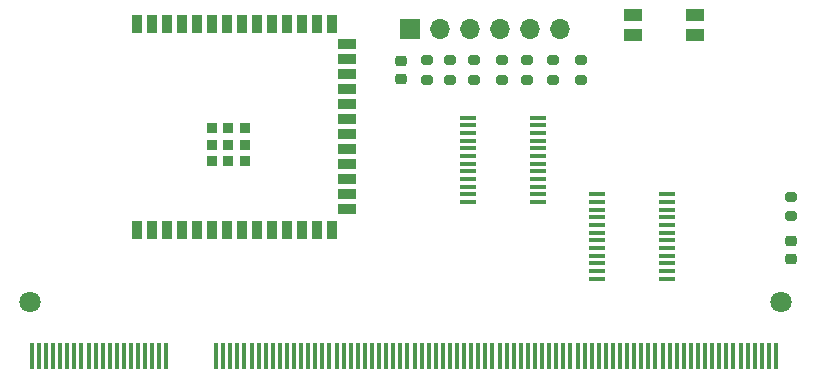
<source format=gbr>
%TF.GenerationSoftware,KiCad,Pcbnew,(6.0.1)*%
%TF.CreationDate,2022-10-22T09:43:17+02:00*%
%TF.ProjectId,so-dimm-esp32-cm,736f2d64-696d-46d2-9d65-737033322d63,rev?*%
%TF.SameCoordinates,Original*%
%TF.FileFunction,Soldermask,Top*%
%TF.FilePolarity,Negative*%
%FSLAX46Y46*%
G04 Gerber Fmt 4.6, Leading zero omitted, Abs format (unit mm)*
G04 Created by KiCad (PCBNEW (6.0.1)) date 2022-10-22 09:43:17*
%MOMM*%
%LPD*%
G01*
G04 APERTURE LIST*
G04 Aperture macros list*
%AMRoundRect*
0 Rectangle with rounded corners*
0 $1 Rounding radius*
0 $2 $3 $4 $5 $6 $7 $8 $9 X,Y pos of 4 corners*
0 Add a 4 corners polygon primitive as box body*
4,1,4,$2,$3,$4,$5,$6,$7,$8,$9,$2,$3,0*
0 Add four circle primitives for the rounded corners*
1,1,$1+$1,$2,$3*
1,1,$1+$1,$4,$5*
1,1,$1+$1,$6,$7*
1,1,$1+$1,$8,$9*
0 Add four rect primitives between the rounded corners*
20,1,$1+$1,$2,$3,$4,$5,0*
20,1,$1+$1,$4,$5,$6,$7,0*
20,1,$1+$1,$6,$7,$8,$9,0*
20,1,$1+$1,$8,$9,$2,$3,0*%
G04 Aperture macros list end*
%ADD10RoundRect,0.200000X0.275000X-0.200000X0.275000X0.200000X-0.275000X0.200000X-0.275000X-0.200000X0*%
%ADD11RoundRect,0.218750X0.256250X-0.218750X0.256250X0.218750X-0.256250X0.218750X-0.256250X-0.218750X0*%
%ADD12R,1.550000X1.000000*%
%ADD13C,1.800000*%
%ADD14R,0.450000X2.300000*%
%ADD15R,1.475000X0.450000*%
%ADD16R,0.900000X1.500000*%
%ADD17R,1.500000X0.900000*%
%ADD18R,0.900000X0.900000*%
%ADD19R,1.700000X1.700000*%
%ADD20O,1.700000X1.700000*%
%ADD21RoundRect,0.225000X0.250000X-0.225000X0.250000X0.225000X-0.250000X0.225000X-0.250000X-0.225000X0*%
G04 APERTURE END LIST*
D10*
%TO.C,R4*%
X157353000Y-83248000D03*
X157353000Y-81598000D03*
%TD*%
D11*
%TO.C,D1*%
X181864000Y-98450500D03*
X181864000Y-96875500D03*
%TD*%
D10*
%TO.C,R8*%
X161671000Y-83248000D03*
X161671000Y-81598000D03*
%TD*%
%TO.C,R6*%
X164084000Y-83248000D03*
X164084000Y-81598000D03*
%TD*%
D12*
%TO.C,S1*%
X168444000Y-79463000D03*
X168444000Y-77763000D03*
X173694000Y-79463000D03*
X173694000Y-77763000D03*
%TD*%
D10*
%TO.C,R7*%
X181864000Y-94805000D03*
X181864000Y-93155000D03*
%TD*%
D13*
%TO.C,J1*%
X117425346Y-102077001D03*
X181025346Y-102077001D03*
D14*
X117575346Y-106677001D03*
X118175346Y-106677001D03*
X118775346Y-106677001D03*
X119375346Y-106677001D03*
X119975346Y-106677001D03*
X120575346Y-106677001D03*
X121175346Y-106677001D03*
X121775346Y-106677001D03*
X122375346Y-106677001D03*
X122975346Y-106677001D03*
X123575346Y-106677001D03*
X124175346Y-106677001D03*
X124775346Y-106677001D03*
X125375346Y-106677001D03*
X125975346Y-106677001D03*
X126575346Y-106677001D03*
X127175346Y-106677001D03*
X127775346Y-106677001D03*
X128375346Y-106677001D03*
X128975346Y-106677001D03*
X133175346Y-106677001D03*
X133775346Y-106677001D03*
X134375346Y-106677001D03*
X134975346Y-106677001D03*
X135575346Y-106677001D03*
X136175346Y-106677001D03*
X136775346Y-106677001D03*
X137375346Y-106677001D03*
X137975346Y-106677001D03*
X138575346Y-106677001D03*
X139175346Y-106677001D03*
X139775346Y-106677001D03*
X140375346Y-106677001D03*
X140975346Y-106677001D03*
X141575346Y-106677001D03*
X142175346Y-106677001D03*
X142775346Y-106677001D03*
X143375346Y-106677001D03*
X143975346Y-106677001D03*
X144575346Y-106677001D03*
X145175346Y-106677001D03*
X145775346Y-106677001D03*
X146375346Y-106677001D03*
X146975346Y-106677001D03*
X147575346Y-106677001D03*
X148175346Y-106677001D03*
X148775346Y-106677001D03*
X149375346Y-106677001D03*
X149975346Y-106677001D03*
X150575346Y-106677001D03*
X151175346Y-106677001D03*
X151775346Y-106677001D03*
X152375346Y-106677001D03*
X152975346Y-106677001D03*
X153575346Y-106677001D03*
X154175346Y-106677001D03*
X154775346Y-106677001D03*
X155375346Y-106677001D03*
X155975346Y-106677001D03*
X156575346Y-106677001D03*
X157175346Y-106677001D03*
X157775346Y-106677001D03*
X158375346Y-106677001D03*
X158975346Y-106677001D03*
X159575346Y-106677001D03*
X160175346Y-106677001D03*
X160775346Y-106677001D03*
X161375346Y-106677001D03*
X161975346Y-106677001D03*
X162575346Y-106677001D03*
X163175346Y-106677001D03*
X163775346Y-106677001D03*
X164375346Y-106677001D03*
X164975346Y-106677001D03*
X165575346Y-106677001D03*
X166175346Y-106677001D03*
X166775346Y-106677001D03*
X167375346Y-106677001D03*
X167975346Y-106677001D03*
X168575346Y-106677001D03*
X169175346Y-106677001D03*
X169775346Y-106677001D03*
X170375346Y-106677001D03*
X170975346Y-106677001D03*
X171575346Y-106677001D03*
X172175346Y-106677001D03*
X172775346Y-106677001D03*
X173375346Y-106677001D03*
X173975346Y-106677001D03*
X174575346Y-106677001D03*
X175175346Y-106677001D03*
X175775346Y-106677001D03*
X176375346Y-106677001D03*
X176975346Y-106677001D03*
X177575346Y-106677001D03*
X178175346Y-106677001D03*
X178775346Y-106677001D03*
X179375346Y-106677001D03*
X179975346Y-106677001D03*
X180575346Y-106677001D03*
%TD*%
D15*
%TO.C,IC1*%
X154542000Y-86468000D03*
X154542000Y-87118000D03*
X154542000Y-87768000D03*
X154542000Y-88418000D03*
X154542000Y-89068000D03*
X154542000Y-89718000D03*
X154542000Y-90368000D03*
X154542000Y-91018000D03*
X154542000Y-91668000D03*
X154542000Y-92318000D03*
X154542000Y-92968000D03*
X154542000Y-93618000D03*
X160418000Y-93618000D03*
X160418000Y-92968000D03*
X160418000Y-92318000D03*
X160418000Y-91668000D03*
X160418000Y-91018000D03*
X160418000Y-90368000D03*
X160418000Y-89718000D03*
X160418000Y-89068000D03*
X160418000Y-88418000D03*
X160418000Y-87768000D03*
X160418000Y-87118000D03*
X160418000Y-86468000D03*
%TD*%
D10*
%TO.C,R1*%
X151003000Y-83248000D03*
X151003000Y-81598000D03*
%TD*%
%TO.C,R2*%
X155034000Y-83248000D03*
X155034000Y-81598000D03*
%TD*%
D15*
%TO.C,IC2*%
X165464000Y-92945000D03*
X165464000Y-93595000D03*
X165464000Y-94245000D03*
X165464000Y-94895000D03*
X165464000Y-95545000D03*
X165464000Y-96195000D03*
X165464000Y-96845000D03*
X165464000Y-97495000D03*
X165464000Y-98145000D03*
X165464000Y-98795000D03*
X165464000Y-99445000D03*
X165464000Y-100095000D03*
X171340000Y-100095000D03*
X171340000Y-99445000D03*
X171340000Y-98795000D03*
X171340000Y-98145000D03*
X171340000Y-97495000D03*
X171340000Y-96845000D03*
X171340000Y-96195000D03*
X171340000Y-95545000D03*
X171340000Y-94895000D03*
X171340000Y-94245000D03*
X171340000Y-93595000D03*
X171340000Y-92945000D03*
%TD*%
D10*
%TO.C,R5*%
X159512000Y-83248000D03*
X159512000Y-81598000D03*
%TD*%
D16*
%TO.C,U1*%
X126487000Y-95999000D03*
X127757000Y-95999000D03*
X129027000Y-95999000D03*
X130297000Y-95999000D03*
X131567000Y-95999000D03*
X132837000Y-95999000D03*
X134107000Y-95999000D03*
X135377000Y-95999000D03*
X136647000Y-95999000D03*
X137917000Y-95999000D03*
X139187000Y-95999000D03*
X140457000Y-95999000D03*
X141727000Y-95999000D03*
X142997000Y-95999000D03*
D17*
X144247000Y-94234000D03*
X144247000Y-92964000D03*
X144247000Y-91694000D03*
X144247000Y-90424000D03*
X144247000Y-89154000D03*
X144247000Y-87884000D03*
X144247000Y-86614000D03*
X144247000Y-85344000D03*
X144247000Y-84074000D03*
X144247000Y-82804000D03*
X144247000Y-81534000D03*
X144247000Y-80264000D03*
D16*
X142997000Y-78499000D03*
X141727000Y-78499000D03*
X140457000Y-78499000D03*
X139187000Y-78499000D03*
X137917000Y-78499000D03*
X136647000Y-78499000D03*
X135377000Y-78499000D03*
X134107000Y-78499000D03*
X132837000Y-78499000D03*
X131567000Y-78499000D03*
X130297000Y-78499000D03*
X129027000Y-78499000D03*
X127757000Y-78499000D03*
X126487000Y-78499000D03*
D18*
X132807000Y-88749000D03*
X135607000Y-87349000D03*
X134207000Y-90149000D03*
X134207000Y-88749000D03*
X135607000Y-90149000D03*
X132807000Y-87349000D03*
X132807000Y-90149000D03*
X134207000Y-87349000D03*
X135607000Y-88749000D03*
%TD*%
D10*
%TO.C,R3*%
X153002000Y-83248000D03*
X153002000Y-81598000D03*
%TD*%
D19*
%TO.C,J2*%
X149606000Y-78994000D03*
D20*
X152146000Y-78994000D03*
X154686000Y-78994000D03*
X157226000Y-78994000D03*
X159766000Y-78994000D03*
X162306000Y-78994000D03*
%TD*%
D21*
%TO.C,C1*%
X148844000Y-83198000D03*
X148844000Y-81648000D03*
%TD*%
M02*

</source>
